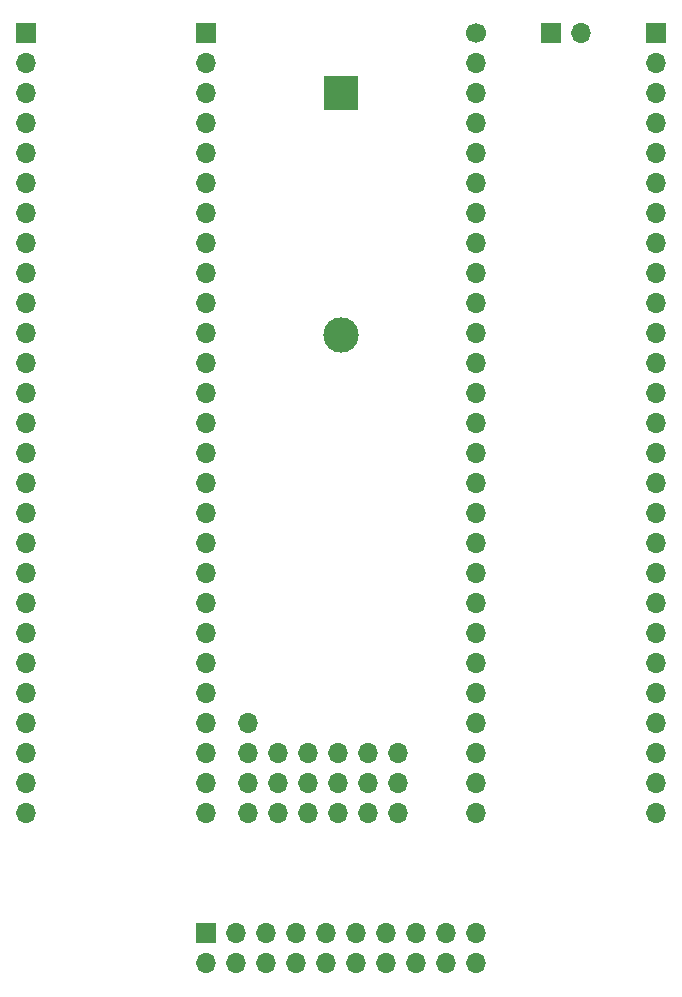
<source format=gbr>
G04 #@! TF.FileFunction,Copper,L1,Top,Signal*
%FSLAX46Y46*%
G04 Gerber Fmt 4.6, Leading zero omitted, Abs format (unit mm)*
G04 Created by KiCad (PCBNEW 4.0.7-e2-6376~58~ubuntu16.04.1) date Tue Oct 16 16:27:12 2018*
%MOMM*%
%LPD*%
G01*
G04 APERTURE LIST*
%ADD10C,0.100000*%
%ADD11C,1.700000*%
%ADD12O,1.700000X1.700000*%
%ADD13R,1.700000X1.700000*%
%ADD14C,3.000000*%
%ADD15R,3.000000X3.000000*%
G04 APERTURE END LIST*
D10*
D11*
X159512000Y-69596000D03*
D12*
X159512000Y-72136000D03*
X159512000Y-74676000D03*
X159512000Y-77216000D03*
X159512000Y-79756000D03*
X159512000Y-82296000D03*
X159512000Y-84836000D03*
X159512000Y-87376000D03*
X159512000Y-89916000D03*
X159512000Y-92456000D03*
X159512000Y-94996000D03*
X159512000Y-97536000D03*
X159512000Y-100076000D03*
X159512000Y-102616000D03*
X159512000Y-105156000D03*
X159512000Y-107696000D03*
X159512000Y-110236000D03*
X159512000Y-112776000D03*
X159512000Y-115316000D03*
X159512000Y-117856000D03*
X159512000Y-120396000D03*
X159512000Y-122936000D03*
X159512000Y-125476000D03*
X159512000Y-128016000D03*
X159512000Y-130556000D03*
X159512000Y-133096000D03*
X159512000Y-135596000D03*
X136652000Y-133096000D03*
X136652000Y-130556000D03*
X136652000Y-122936000D03*
X136652000Y-125476000D03*
X136652000Y-128016000D03*
X136652000Y-135636000D03*
X136652000Y-77216000D03*
X136652000Y-79756000D03*
X136652000Y-82296000D03*
X136652000Y-84836000D03*
X136652000Y-74676000D03*
D13*
X136652000Y-69596000D03*
D12*
X136652000Y-72136000D03*
X136652000Y-87376000D03*
X136652000Y-89916000D03*
X136652000Y-92456000D03*
X136652000Y-94996000D03*
X136652000Y-97536000D03*
X136652000Y-100076000D03*
X136652000Y-102616000D03*
X136652000Y-105156000D03*
X136652000Y-107696000D03*
X136652000Y-110236000D03*
X136652000Y-112776000D03*
X136652000Y-115316000D03*
X136652000Y-117856000D03*
X136652000Y-120396000D03*
X140152000Y-135636000D03*
X140152000Y-128016000D03*
X140152000Y-133096000D03*
X140152000Y-130556000D03*
X142692000Y-133096000D03*
X142692000Y-135636000D03*
X142692000Y-130556000D03*
X145232000Y-135636000D03*
X145232000Y-133096000D03*
X145232000Y-130556000D03*
X147772000Y-135636000D03*
X147772000Y-133096000D03*
X147772000Y-130556000D03*
X150312000Y-133096000D03*
X150312000Y-135636000D03*
X150312000Y-130556000D03*
X152852000Y-133096000D03*
X152852000Y-135636000D03*
X152852000Y-130556000D03*
D14*
X148082000Y-95166000D03*
D15*
X148082000Y-74676000D03*
D13*
X121412000Y-69596000D03*
D12*
X121412000Y-72136000D03*
X121412000Y-74676000D03*
X121412000Y-77216000D03*
X121412000Y-79756000D03*
X121412000Y-82296000D03*
X121412000Y-84836000D03*
X121412000Y-87376000D03*
X121412000Y-89916000D03*
X121412000Y-92456000D03*
X121412000Y-94996000D03*
X121412000Y-97536000D03*
X121412000Y-100076000D03*
X121412000Y-102616000D03*
X121412000Y-105156000D03*
X121412000Y-107696000D03*
X121412000Y-110236000D03*
X121412000Y-112776000D03*
X121412000Y-115316000D03*
X121412000Y-117856000D03*
X121412000Y-120396000D03*
X121412000Y-122936000D03*
X121412000Y-125476000D03*
X121412000Y-128016000D03*
X121412000Y-130556000D03*
X121412000Y-133096000D03*
X121412000Y-135636000D03*
D13*
X174752000Y-69596000D03*
D12*
X174752000Y-72136000D03*
X174752000Y-74676000D03*
X174752000Y-77216000D03*
X174752000Y-79756000D03*
X174752000Y-82296000D03*
X174752000Y-84836000D03*
X174752000Y-87376000D03*
X174752000Y-89916000D03*
X174752000Y-92456000D03*
X174752000Y-94996000D03*
X174752000Y-97536000D03*
X174752000Y-100076000D03*
X174752000Y-102616000D03*
X174752000Y-105156000D03*
X174752000Y-107696000D03*
X174752000Y-110236000D03*
X174752000Y-112776000D03*
X174752000Y-115316000D03*
X174752000Y-117856000D03*
X174752000Y-120396000D03*
X174752000Y-122936000D03*
X174752000Y-125476000D03*
X174752000Y-128016000D03*
X174752000Y-130556000D03*
X174752000Y-133096000D03*
X174752000Y-135636000D03*
D13*
X165862000Y-69596000D03*
D12*
X168402000Y-69596000D03*
D13*
X136652000Y-145796000D03*
D12*
X136652000Y-148336000D03*
X139192000Y-145796000D03*
X139192000Y-148336000D03*
X141732000Y-145796000D03*
X141732000Y-148336000D03*
X144272000Y-145796000D03*
X144272000Y-148336000D03*
X146812000Y-145796000D03*
X146812000Y-148336000D03*
X149352000Y-145796000D03*
X149352000Y-148336000D03*
X151892000Y-145796000D03*
X151892000Y-148336000D03*
X154432000Y-145796000D03*
X154432000Y-148336000D03*
X156972000Y-145796000D03*
X156972000Y-148336000D03*
X159512000Y-145796000D03*
X159512000Y-148336000D03*
M02*

</source>
